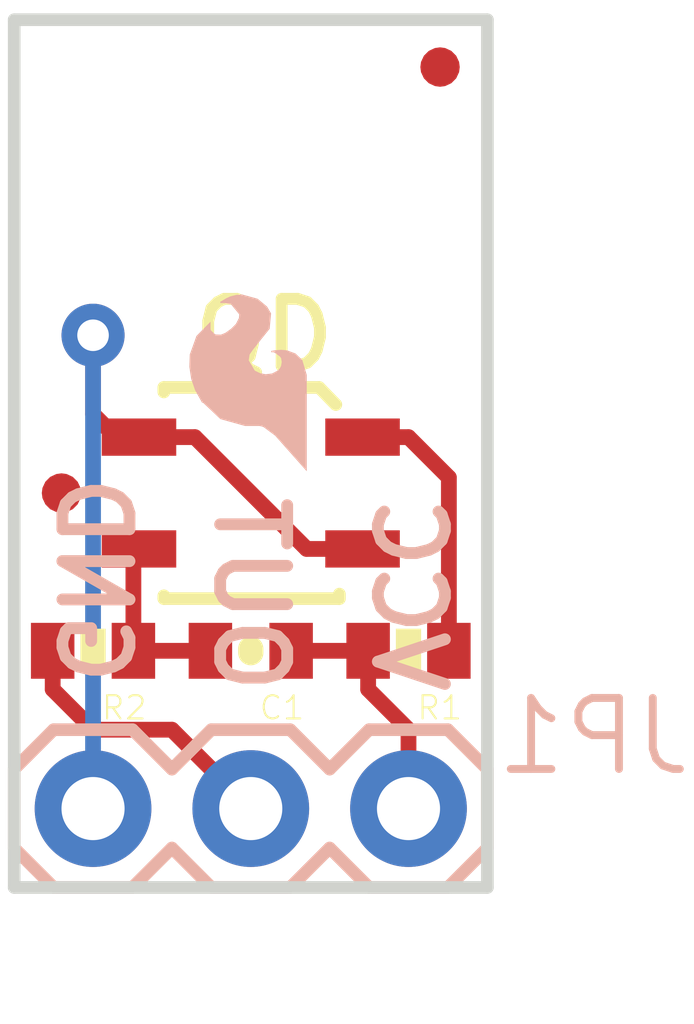
<source format=kicad_pcb>
(kicad_pcb (version 20211014) (generator pcbnew)
  (layers (0 "F.Cu" signal) (31 "B.Cu" signal) (34 "B.Paste" user) (35 "F.Paste" user) (36 "B.SilkS" user "B.Silkscreen") (37 "F.SilkS" user "F.Silkscreen") (38 "B.Mask" user) (39 "F.Mask" user) (44 "Edge.Cuts" user))
  (net 0 "")
  (net 1 "N$1")
  (net 2 "VCC")
  (net 3 "GND")
  (net 4 "OUT1")
  (net 5 "OUT")
  (footprint "boardEagle:STAND-OFF" (layer "F.Cu") (at 148.5011 100.5586)
    (fp_text reference "JP3" hide)
    (fp_text value "STAND-OFF" hide)
    (pad "" np_thru_hole circle (at 0 0) (size 3.302 3.302) (drill 3.302) (layers *.Cu *.Mask))
  )
  (footprint "boardEagle:0402-RES" (layer "F.Cu") (at 145.9611 108.1786 180)
    (fp_text reference "R2" (at -0.889 -0.6985 180) (layer "F.SilkS") (effects (font (size 0.373888 0.373888) (thickness 0.032512)) (justify right top)))
    (fp_text value "220")
    (fp_poly (pts (xy -0.2032 0.3556) (xy 0.2032 0.3556) (xy 0.2032 -0.3556) (xy -0.2032 -0.3556)) (layer "F.SilkS") (width 0) (fill solid))
    (pad "1" smd rect (at -0.65 0 180) (size 0.7 0.9) (layers "F.Cu" "F.Paste" "F.Mask") (net 4 "OUT1"))
    (pad "2" smd rect (at 0.65 0 180) (size 0.7 0.9) (layers "F.Cu" "F.Paste" "F.Mask") (net 5 "OUT"))
  )
  (footprint "boardEagle:0402-RES" (layer "F.Cu") (at 151.0411 108.1786 180)
    (fp_text reference "R1" (at -0.889 -0.6985 180) (layer "F.SilkS") (effects (font (size 0.373888 0.373888) (thickness 0.032512)) (justify right top)))
    (fp_text value "100")
    (fp_poly (pts (xy -0.2032 0.3556) (xy 0.2032 0.3556) (xy 0.2032 -0.3556) (xy -0.2032 -0.3556)) (layer "F.SilkS") (width 0) (fill solid))
    (pad "1" smd rect (at -0.65 0 180) (size 0.7 0.9) (layers "F.Cu" "F.Paste" "F.Mask") (net 1 "N$1"))
    (pad "2" smd rect (at 0.65 0 180) (size 0.7 0.9) (layers "F.Cu" "F.Paste" "F.Mask") (net 2 "VCC"))
  )
  (footprint "boardEagle:MICRO-FIDUCIAL" (layer "F.Cu") (at 145.4531 105.6386)
    (fp_text reference "FID2" hide)
    (fp_text value "FIDUCIALUFIDUCIAL" hide)
    (pad "1" smd roundrect (at 0 0) (size 0.635 0.635) (layers "F.Cu" "F.Mask") (roundrect_rratio 0.5))
  )
  (footprint "boardEagle:MICRO-FIDUCIAL" (layer "F.Cu") (at 151.5491 98.7806)
    (fp_text reference "FID1" hide)
    (fp_text value "FIDUCIALUFIDUCIAL" hide)
    (pad "1" smd roundrect (at 0 0) (size 0.635 0.635) (layers "F.Cu" "F.Mask") (roundrect_rratio 0.5))
  )
  (footprint "boardEagle:QRE1113" (layer "F.Cu") (at 148.5011 105.6386 180)
    (fp_text reference "U1" hide)
    (fp_text value "QRE1113" hide)
    (fp_line (start -1.37 1.424) (end -1.1 1.7) (layer "F.SilkS") (width 0.2032))
    (fp_line (start -1.427 -1.627) (end -1.427 -1.7) (layer "F.SilkS") (width 0.2032))
    (fp_line (start 1.4 -1.7) (end 1.4 -1.654) (layer "F.SilkS") (width 0.2032))
    (fp_line (start -1.1 1.7) (end 1.4 1.7) (layer "F.SilkS") (width 0.2032))
    (fp_line (start 1.4 1.7) (end 1.4 1.627) (layer "F.SilkS") (width 0.2032))
    (fp_line (start -1.427 -1.7) (end 1.4 -1.7) (layer "F.SilkS") (width 0.2032))
    (pad "1" smd rect (at -1.8 0.9 180) (size 1.2 0.6) (layers "F.Cu" "F.Paste" "F.Mask") (net 1 "N$1"))
    (pad "2" smd rect (at 1.8 0.9 180) (size 1.2 0.6) (layers "F.Cu" "F.Paste" "F.Mask") (net 3 "GND"))
    (pad "3" smd rect (at 1.8 -0.9 180) (size 1.2 0.6) (layers "F.Cu" "F.Paste" "F.Mask") (net 4 "OUT1"))
    (pad "4" smd rect (at -1.8 -0.9 180) (size 1.2 0.6) (layers "F.Cu" "F.Paste" "F.Mask") (net 3 "GND"))
  )
  (footprint "boardEagle:0402-CAP" (layer "F.Cu") (at 148.5011 108.1786 180)
    (fp_text reference "C1" (at -0.889 -0.6985 180) (layer "F.SilkS") (effects (font (size 0.373888 0.373888) (thickness 0.032512)) (justify right top)))
    (fp_text value "10nF")
    (fp_line (start 0 -0.0305) (end 0 0.0305) (layer "F.SilkS") (width 0.4064))
    (pad "1" smd rect (at -0.65 0 180) (size 0.7 0.9) (layers "F.Cu" "F.Paste" "F.Mask") (net 2 "VCC"))
    (pad "2" smd rect (at 0.65 0 180) (size 0.7 0.9) (layers "F.Cu" "F.Paste" "F.Mask") (net 4 "OUT1"))
  )
  (footprint "boardEagle:SFE-LOGO-FLAME" (layer "B.Cu") (at 149.3901 105.2576 180)
    (fp_text reference "JP2" hide)
    (fp_text value "LOGO-SFESK" hide)
    (fp_poly (pts (xy 1.126002 2.808203) (xy 1.215449 2.785829) (xy 1.228477 2.780783) (xy 1.240149 2.774875) (xy 1.25686 2.766576) (xy 1.275552 2.759834) (xy 1.371694 2.7026) (xy 1.3793 2.7026) (xy 1.3793 2.6772) (xy 1.306833 2.6772) (xy 1.208418 2.657914) (xy 1.074855 2.495286) (xy 1.079365 2.436825) (xy 1.12809 2.341869) (xy 1.204666 2.265196) (xy 1.294069 2.200638) (xy 1.369348 2.168824) (xy 1.450737 2.171632) (xy 1.458864 2.174186) (xy 1.466257 2.177389) (xy 1.530514 2.236956) (xy 1.5368 2.259812) (xy 1.5368 2.377938) (xy 1.763707 2.148127) (xy 1.868186 1.856841) (xy 1.871603 1.856894) (xy 1.87806 1.650435) (xy 1.848857 1.45742) (xy 1.785308 1.272842) (xy 1.6663 1.061578) (xy 1.6663 1.080581) (xy 1.378131 0.80901) (xy 0.982239 0.6985) (xy 0.753005 0.6985) (xy 0.716201 0.692046) (xy 0.681776 0.679592) (xy 0.496322 0.541784) (xy -0.0126 -0.03091) (xy -0.0126 1.52077) (xy 0.060004 1.761967) (xy 0.168295 1.865489) (xy 0.307122 1.917522) (xy 0.4039 1.925089) (xy 0.499384 1.917623) (xy 0.55991 1.908099) (xy 0.557788 1.884433) (xy 0.522216 1.885242) (xy 0.501784 1.876141) (xy 0.420519 1.817154) (xy 0.400722 1.79067) (xy 0.390395 1.7285) (xy 0.400905 1.665229) (xy 0.421405 1.625174) (xy 0.452343 1.592685) (xy 0.546535 1.54355) (xy 0.652229 1.531742) (xy 0.742768 1.550084) (xy 0.82422 1.589656) (xy 0.92203 1.754659) (xy 0.907706 1.848844) (xy 0.850914 1.930401) (xy 0.584707 2.263237) (xy 0.561667 2.510855) (xy 0.627495 2.621556) (xy 0.629042 2.623103) (xy 0.778901 2.74712) (xy 1.032676 2.817064)) (layer "B.SilkS") (width 0) (fill solid))
  )
  (footprint "boardEagle:1X03" (layer "B.Cu") (at 151.0411 110.7186 180)
    (fp_text reference "JP1" (at -1.3462 1.8288) (layer "B.SilkS") (effects (font (size 1.143 1.143) (thickness 0.127)) (justify right top mirror)))
    (fp_text value "")
    (fp_line (start 3.175 -1.27) (end 1.905 -1.27) (layer "B.SilkS") (width 0.2032))
    (fp_line (start 0.635 -1.27) (end -0.635 -1.27) (layer "B.SilkS") (width 0.2032))
    (fp_line (start 5.715 -1.27) (end 4.445 -1.27) (layer "B.SilkS") (width 0.2032))
    (fp_line (start 1.905 1.27) (end 3.175 1.27) (layer "B.SilkS") (width 0.2032))
    (fp_line (start 5.715 1.27) (end 6.35 0.635) (layer "B.SilkS") (width 0.2032))
    (fp_line (start 0.635 1.27) (end 1.27 0.635) (layer "B.SilkS") (width 0.2032))
    (fp_line (start 3.81 -0.635) (end 3.175 -1.27) (layer "B.SilkS") (width 0.2032))
    (fp_line (start 3.175 1.27) (end 3.81 0.635) (layer "B.SilkS") (width 0.2032))
    (fp_line (start -1.27 0.635) (end -1.27 -0.635) (layer "B.SilkS") (width 0.2032))
    (fp_line (start -1.27 -0.635) (end -0.635 -1.27) (layer "B.SilkS") (width 0.2032))
    (fp_line (start 4.445 1.27) (end 5.715 1.27) (layer "B.SilkS") (width 0.2032))
    (fp_line (start 1.27 0.635) (end 1.905 1.27) (layer "B.SilkS") (width 0.2032))
    (fp_line (start 3.81 0.635) (end 4.445 1.27) (layer "B.SilkS") (width 0.2032))
    (fp_line (start 1.905 -1.27) (end 1.27 -0.635) (layer "B.SilkS") (width 0.2032))
    (fp_line (start 1.27 -0.635) (end 0.635 -1.27) (layer "B.SilkS") (width 0.2032))
    (fp_line (start 6.35 -0.635) (end 5.715 -1.27) (layer "B.SilkS") (width 0.2032))
    (fp_line (start 6.35 0.635) (end 6.35 -0.635) (layer "B.SilkS") (width 0.2032))
    (fp_line (start 4.445 -1.27) (end 3.81 -0.635) (layer "B.SilkS") (width 0.2032))
    (fp_line (start -0.635 1.27) (end 0.635 1.27) (layer "B.SilkS") (width 0.2032))
    (fp_line (start -0.635 1.27) (end -1.27 0.635) (layer "B.SilkS") (width 0.2032))
    (pad "1" thru_hole circle (at 0 0 90) (size 1.8796 1.8796) (drill 1.016) (layers *.Cu *.Mask) (net 2 "VCC"))
    (pad "2" thru_hole circle (at 2.54 0 90) (size 1.8796 1.8796) (drill 1.016) (layers *.Cu *.Mask) (net 5 "OUT"))
    (pad "3" thru_hole circle (at 5.08 0 90) (size 1.8796 1.8796) (drill 1.016) (layers *.Cu *.Mask) (net 3 "GND"))
  )
  (gr_line (start 152.3111 98.0186) (end 144.6911 98.0186) (layer "Edge.Cuts") (width 0.2032))
  (gr_line (start 144.6911 98.0186) (end 144.6911 111.9886) (layer "Edge.Cuts") (width 0.2032))
  (gr_line (start 152.3111 111.9886) (end 152.3111 98.0186) (layer "Edge.Cuts") (width 0.2032))
  (gr_line (start 144.6911 111.9886) (end 152.3111 111.9886) (layer "Edge.Cuts") (width 0.2032))
  (gr_text "VCC" (at 150.4061 108.9406 -90) (layer "B.SilkS") (effects (font (size 1.0795 1.0795) (thickness 0.1905)) (justify left bottom mirror)))
  (gr_text "GND" (at 145.3261 108.8136 -90) (layer "B.SilkS") (effects (font (size 1.0795 1.0795) (thickness 0.1905)) (justify left bottom mirror)))
  (gr_text "OUT" (at 147.8661 108.9406 -90) (layer "B.SilkS") (effects (font (size 1.0795 1.0795) (thickness 0.1905)) (justify left bottom mirror)))
  (gr_text "QD" (at 147.4851 103.7336) (layer "F.SilkS") (effects (font (size 1.0795 1.0795) (thickness 0.1905)) (justify left bottom)))
  (segment (start 151.6911 105.3886) (end 151.0411 104.7386) (width 0.254) (layer "F.Cu") (net 1))
  (segment (start 151.0411 104.7386) (end 150.3011 104.7386) (width 0.254) (layer "F.Cu") (net 1))
  (segment (start 151.6911 108.1786) (end 151.6911 105.3886) (width 0.254) (layer "F.Cu") (net 1))
  (segment (start 150.3911 108.7986) (end 151.0411 109.4486) (width 0.254) (layer "F.Cu") (net 2))
  (segment (start 150.3911 108.1786) (end 150.3911 108.7986) (width 0.254) (layer "F.Cu") (net 2))
  (segment (start 151.0411 109.4486) (end 151.0411 110.7186) (width 0.254) (layer "F.Cu") (net 2))
  (segment (start 149.1511 108.1786) (end 150.3911 108.1786) (width 0.254) (layer "F.Cu") (net 2))
  (segment (start 147.6011 104.7386) (end 149.4011 106.5386) (width 0.254) (layer "F.Cu") (net 3))
  (segment (start 145.9611 103.0986) (end 145.9611 104.3686) (width 0.254) (layer "F.Cu") (net 3))
  (segment (start 146.3311 104.7386) (end 146.7011 104.7386) (width 0.254) (layer "F.Cu") (net 3))
  (segment (start 146.7011 104.7386) (end 147.6011 104.7386) (width 0.254) (layer "F.Cu") (net 3))
  (segment (start 145.9611 104.3686) (end 146.3311 104.7386) (width 0.254) (layer "F.Cu") (net 3))
  (segment (start 149.4011 106.5386) (end 150.3011 106.5386) (width 0.254) (layer "F.Cu") (net 3))
  (via (at 145.9611 103.0986) (size 1.016) (drill 0.508) (layers "F.Cu" "B.Cu") (net 3))
  (segment (start 145.9611 110.7186) (end 145.9611 103.0986) (width 0.254) (layer "B.Cu") (net 3))
  (segment (start 146.6111 108.1786) (end 147.8511 108.1786) (width 0.254) (layer "F.Cu") (net 4))
  (segment (start 146.6111 106.6286) (end 146.7011 106.5386) (width 0.254) (layer "F.Cu") (net 4))
  (segment (start 146.6111 108.1786) (end 146.6111 106.6286) (width 0.254) (layer "F.Cu") (net 4))
  (segment (start 147.2311 109.4486) (end 148.5011 110.7186) (width 0.254) (layer "F.Cu") (net 5))
  (segment (start 145.3111 108.7986) (end 145.9611 109.4486) (width 0.254) (layer "F.Cu") (net 5))
  (segment (start 145.9611 109.4486) (end 147.2311 109.4486) (width 0.254) (layer "F.Cu") (net 5))
  (segment (start 145.3111 108.1786) (end 145.3111 108.7986) (width 0.254) (layer "F.Cu") (net 5))
)
</source>
